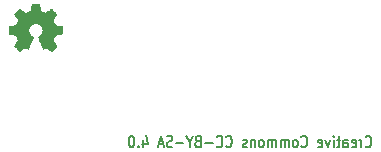
<source format=gbo>
%TF.GenerationSoftware,KiCad,Pcbnew,7.0.10-7.0.10~ubuntu22.04.1*%
%TF.CreationDate,2024-01-03T18:05:14-08:00*%
%TF.ProjectId,YamhillPowerDistribution,59616d68-696c-46c5-906f-776572446973,A*%
%TF.SameCoordinates,Original*%
%TF.FileFunction,Legend,Bot*%
%TF.FilePolarity,Positive*%
%FSLAX46Y46*%
G04 Gerber Fmt 4.6, Leading zero omitted, Abs format (unit mm)*
G04 Created by KiCad (PCBNEW 7.0.10-7.0.10~ubuntu22.04.1) date 2024-01-03 18:05:14*
%MOMM*%
%LPD*%
G01*
G04 APERTURE LIST*
G04 Aperture macros list*
%AMRoundRect*
0 Rectangle with rounded corners*
0 $1 Rounding radius*
0 $2 $3 $4 $5 $6 $7 $8 $9 X,Y pos of 4 corners*
0 Add a 4 corners polygon primitive as box body*
4,1,4,$2,$3,$4,$5,$6,$7,$8,$9,$2,$3,0*
0 Add four circle primitives for the rounded corners*
1,1,$1+$1,$2,$3*
1,1,$1+$1,$4,$5*
1,1,$1+$1,$6,$7*
1,1,$1+$1,$8,$9*
0 Add four rect primitives between the rounded corners*
20,1,$1+$1,$2,$3,$4,$5,0*
20,1,$1+$1,$4,$5,$6,$7,0*
20,1,$1+$1,$6,$7,$8,$9,0*
20,1,$1+$1,$8,$9,$2,$3,0*%
G04 Aperture macros list end*
%ADD10C,0.150000*%
%ADD11C,0.002540*%
%ADD12C,0.800000*%
%ADD13C,6.400000*%
%ADD14R,1.700000X1.700000*%
%ADD15O,1.700000X1.700000*%
%ADD16RoundRect,0.625000X-0.625000X1.875000X-0.625000X-1.875000X0.625000X-1.875000X0.625000X1.875000X0*%
%ADD17RoundRect,0.500000X-0.500000X1.750000X-0.500000X-1.750000X0.500000X-1.750000X0.500000X1.750000X0*%
%ADD18RoundRect,0.500000X-1.500000X0.500000X-1.500000X-0.500000X1.500000X-0.500000X1.500000X0.500000X0*%
G04 APERTURE END LIST*
D10*
X132553696Y-98474580D02*
X132591792Y-98522200D01*
X132591792Y-98522200D02*
X132706077Y-98569819D01*
X132706077Y-98569819D02*
X132782268Y-98569819D01*
X132782268Y-98569819D02*
X132896554Y-98522200D01*
X132896554Y-98522200D02*
X132972744Y-98426961D01*
X132972744Y-98426961D02*
X133010839Y-98331723D01*
X133010839Y-98331723D02*
X133048935Y-98141247D01*
X133048935Y-98141247D02*
X133048935Y-97998390D01*
X133048935Y-97998390D02*
X133010839Y-97807914D01*
X133010839Y-97807914D02*
X132972744Y-97712676D01*
X132972744Y-97712676D02*
X132896554Y-97617438D01*
X132896554Y-97617438D02*
X132782268Y-97569819D01*
X132782268Y-97569819D02*
X132706077Y-97569819D01*
X132706077Y-97569819D02*
X132591792Y-97617438D01*
X132591792Y-97617438D02*
X132553696Y-97665057D01*
X132210839Y-98569819D02*
X132210839Y-97903152D01*
X132210839Y-98093628D02*
X132172744Y-97998390D01*
X132172744Y-97998390D02*
X132134649Y-97950771D01*
X132134649Y-97950771D02*
X132058458Y-97903152D01*
X132058458Y-97903152D02*
X131982268Y-97903152D01*
X131410839Y-98522200D02*
X131487030Y-98569819D01*
X131487030Y-98569819D02*
X131639411Y-98569819D01*
X131639411Y-98569819D02*
X131715601Y-98522200D01*
X131715601Y-98522200D02*
X131753697Y-98426961D01*
X131753697Y-98426961D02*
X131753697Y-98046009D01*
X131753697Y-98046009D02*
X131715601Y-97950771D01*
X131715601Y-97950771D02*
X131639411Y-97903152D01*
X131639411Y-97903152D02*
X131487030Y-97903152D01*
X131487030Y-97903152D02*
X131410839Y-97950771D01*
X131410839Y-97950771D02*
X131372744Y-98046009D01*
X131372744Y-98046009D02*
X131372744Y-98141247D01*
X131372744Y-98141247D02*
X131753697Y-98236485D01*
X130687030Y-98569819D02*
X130687030Y-98046009D01*
X130687030Y-98046009D02*
X130725125Y-97950771D01*
X130725125Y-97950771D02*
X130801316Y-97903152D01*
X130801316Y-97903152D02*
X130953697Y-97903152D01*
X130953697Y-97903152D02*
X131029887Y-97950771D01*
X130687030Y-98522200D02*
X130763221Y-98569819D01*
X130763221Y-98569819D02*
X130953697Y-98569819D01*
X130953697Y-98569819D02*
X131029887Y-98522200D01*
X131029887Y-98522200D02*
X131067983Y-98426961D01*
X131067983Y-98426961D02*
X131067983Y-98331723D01*
X131067983Y-98331723D02*
X131029887Y-98236485D01*
X131029887Y-98236485D02*
X130953697Y-98188866D01*
X130953697Y-98188866D02*
X130763221Y-98188866D01*
X130763221Y-98188866D02*
X130687030Y-98141247D01*
X130420363Y-97903152D02*
X130115601Y-97903152D01*
X130306077Y-97569819D02*
X130306077Y-98426961D01*
X130306077Y-98426961D02*
X130267982Y-98522200D01*
X130267982Y-98522200D02*
X130191792Y-98569819D01*
X130191792Y-98569819D02*
X130115601Y-98569819D01*
X129848934Y-98569819D02*
X129848934Y-97903152D01*
X129848934Y-97569819D02*
X129887030Y-97617438D01*
X129887030Y-97617438D02*
X129848934Y-97665057D01*
X129848934Y-97665057D02*
X129810839Y-97617438D01*
X129810839Y-97617438D02*
X129848934Y-97569819D01*
X129848934Y-97569819D02*
X129848934Y-97665057D01*
X129544173Y-97903152D02*
X129353697Y-98569819D01*
X129353697Y-98569819D02*
X129163220Y-97903152D01*
X128553696Y-98522200D02*
X128629887Y-98569819D01*
X128629887Y-98569819D02*
X128782268Y-98569819D01*
X128782268Y-98569819D02*
X128858458Y-98522200D01*
X128858458Y-98522200D02*
X128896554Y-98426961D01*
X128896554Y-98426961D02*
X128896554Y-98046009D01*
X128896554Y-98046009D02*
X128858458Y-97950771D01*
X128858458Y-97950771D02*
X128782268Y-97903152D01*
X128782268Y-97903152D02*
X128629887Y-97903152D01*
X128629887Y-97903152D02*
X128553696Y-97950771D01*
X128553696Y-97950771D02*
X128515601Y-98046009D01*
X128515601Y-98046009D02*
X128515601Y-98141247D01*
X128515601Y-98141247D02*
X128896554Y-98236485D01*
X127106077Y-98474580D02*
X127144173Y-98522200D01*
X127144173Y-98522200D02*
X127258458Y-98569819D01*
X127258458Y-98569819D02*
X127334649Y-98569819D01*
X127334649Y-98569819D02*
X127448935Y-98522200D01*
X127448935Y-98522200D02*
X127525125Y-98426961D01*
X127525125Y-98426961D02*
X127563220Y-98331723D01*
X127563220Y-98331723D02*
X127601316Y-98141247D01*
X127601316Y-98141247D02*
X127601316Y-97998390D01*
X127601316Y-97998390D02*
X127563220Y-97807914D01*
X127563220Y-97807914D02*
X127525125Y-97712676D01*
X127525125Y-97712676D02*
X127448935Y-97617438D01*
X127448935Y-97617438D02*
X127334649Y-97569819D01*
X127334649Y-97569819D02*
X127258458Y-97569819D01*
X127258458Y-97569819D02*
X127144173Y-97617438D01*
X127144173Y-97617438D02*
X127106077Y-97665057D01*
X126648935Y-98569819D02*
X126725125Y-98522200D01*
X126725125Y-98522200D02*
X126763220Y-98474580D01*
X126763220Y-98474580D02*
X126801316Y-98379342D01*
X126801316Y-98379342D02*
X126801316Y-98093628D01*
X126801316Y-98093628D02*
X126763220Y-97998390D01*
X126763220Y-97998390D02*
X126725125Y-97950771D01*
X126725125Y-97950771D02*
X126648935Y-97903152D01*
X126648935Y-97903152D02*
X126534649Y-97903152D01*
X126534649Y-97903152D02*
X126458458Y-97950771D01*
X126458458Y-97950771D02*
X126420363Y-97998390D01*
X126420363Y-97998390D02*
X126382268Y-98093628D01*
X126382268Y-98093628D02*
X126382268Y-98379342D01*
X126382268Y-98379342D02*
X126420363Y-98474580D01*
X126420363Y-98474580D02*
X126458458Y-98522200D01*
X126458458Y-98522200D02*
X126534649Y-98569819D01*
X126534649Y-98569819D02*
X126648935Y-98569819D01*
X126039410Y-98569819D02*
X126039410Y-97903152D01*
X126039410Y-97998390D02*
X126001315Y-97950771D01*
X126001315Y-97950771D02*
X125925125Y-97903152D01*
X125925125Y-97903152D02*
X125810839Y-97903152D01*
X125810839Y-97903152D02*
X125734648Y-97950771D01*
X125734648Y-97950771D02*
X125696553Y-98046009D01*
X125696553Y-98046009D02*
X125696553Y-98569819D01*
X125696553Y-98046009D02*
X125658458Y-97950771D01*
X125658458Y-97950771D02*
X125582267Y-97903152D01*
X125582267Y-97903152D02*
X125467982Y-97903152D01*
X125467982Y-97903152D02*
X125391791Y-97950771D01*
X125391791Y-97950771D02*
X125353696Y-98046009D01*
X125353696Y-98046009D02*
X125353696Y-98569819D01*
X124972743Y-98569819D02*
X124972743Y-97903152D01*
X124972743Y-97998390D02*
X124934648Y-97950771D01*
X124934648Y-97950771D02*
X124858458Y-97903152D01*
X124858458Y-97903152D02*
X124744172Y-97903152D01*
X124744172Y-97903152D02*
X124667981Y-97950771D01*
X124667981Y-97950771D02*
X124629886Y-98046009D01*
X124629886Y-98046009D02*
X124629886Y-98569819D01*
X124629886Y-98046009D02*
X124591791Y-97950771D01*
X124591791Y-97950771D02*
X124515600Y-97903152D01*
X124515600Y-97903152D02*
X124401315Y-97903152D01*
X124401315Y-97903152D02*
X124325124Y-97950771D01*
X124325124Y-97950771D02*
X124287029Y-98046009D01*
X124287029Y-98046009D02*
X124287029Y-98569819D01*
X123791791Y-98569819D02*
X123867981Y-98522200D01*
X123867981Y-98522200D02*
X123906076Y-98474580D01*
X123906076Y-98474580D02*
X123944172Y-98379342D01*
X123944172Y-98379342D02*
X123944172Y-98093628D01*
X123944172Y-98093628D02*
X123906076Y-97998390D01*
X123906076Y-97998390D02*
X123867981Y-97950771D01*
X123867981Y-97950771D02*
X123791791Y-97903152D01*
X123791791Y-97903152D02*
X123677505Y-97903152D01*
X123677505Y-97903152D02*
X123601314Y-97950771D01*
X123601314Y-97950771D02*
X123563219Y-97998390D01*
X123563219Y-97998390D02*
X123525124Y-98093628D01*
X123525124Y-98093628D02*
X123525124Y-98379342D01*
X123525124Y-98379342D02*
X123563219Y-98474580D01*
X123563219Y-98474580D02*
X123601314Y-98522200D01*
X123601314Y-98522200D02*
X123677505Y-98569819D01*
X123677505Y-98569819D02*
X123791791Y-98569819D01*
X123182266Y-97903152D02*
X123182266Y-98569819D01*
X123182266Y-97998390D02*
X123144171Y-97950771D01*
X123144171Y-97950771D02*
X123067981Y-97903152D01*
X123067981Y-97903152D02*
X122953695Y-97903152D01*
X122953695Y-97903152D02*
X122877504Y-97950771D01*
X122877504Y-97950771D02*
X122839409Y-98046009D01*
X122839409Y-98046009D02*
X122839409Y-98569819D01*
X122496552Y-98522200D02*
X122420361Y-98569819D01*
X122420361Y-98569819D02*
X122267980Y-98569819D01*
X122267980Y-98569819D02*
X122191790Y-98522200D01*
X122191790Y-98522200D02*
X122153694Y-98426961D01*
X122153694Y-98426961D02*
X122153694Y-98379342D01*
X122153694Y-98379342D02*
X122191790Y-98284104D01*
X122191790Y-98284104D02*
X122267980Y-98236485D01*
X122267980Y-98236485D02*
X122382266Y-98236485D01*
X122382266Y-98236485D02*
X122458456Y-98188866D01*
X122458456Y-98188866D02*
X122496552Y-98093628D01*
X122496552Y-98093628D02*
X122496552Y-98046009D01*
X122496552Y-98046009D02*
X122458456Y-97950771D01*
X122458456Y-97950771D02*
X122382266Y-97903152D01*
X122382266Y-97903152D02*
X122267980Y-97903152D01*
X122267980Y-97903152D02*
X122191790Y-97950771D01*
X120744170Y-98474580D02*
X120782266Y-98522200D01*
X120782266Y-98522200D02*
X120896551Y-98569819D01*
X120896551Y-98569819D02*
X120972742Y-98569819D01*
X120972742Y-98569819D02*
X121087028Y-98522200D01*
X121087028Y-98522200D02*
X121163218Y-98426961D01*
X121163218Y-98426961D02*
X121201313Y-98331723D01*
X121201313Y-98331723D02*
X121239409Y-98141247D01*
X121239409Y-98141247D02*
X121239409Y-97998390D01*
X121239409Y-97998390D02*
X121201313Y-97807914D01*
X121201313Y-97807914D02*
X121163218Y-97712676D01*
X121163218Y-97712676D02*
X121087028Y-97617438D01*
X121087028Y-97617438D02*
X120972742Y-97569819D01*
X120972742Y-97569819D02*
X120896551Y-97569819D01*
X120896551Y-97569819D02*
X120782266Y-97617438D01*
X120782266Y-97617438D02*
X120744170Y-97665057D01*
X119944170Y-98474580D02*
X119982266Y-98522200D01*
X119982266Y-98522200D02*
X120096551Y-98569819D01*
X120096551Y-98569819D02*
X120172742Y-98569819D01*
X120172742Y-98569819D02*
X120287028Y-98522200D01*
X120287028Y-98522200D02*
X120363218Y-98426961D01*
X120363218Y-98426961D02*
X120401313Y-98331723D01*
X120401313Y-98331723D02*
X120439409Y-98141247D01*
X120439409Y-98141247D02*
X120439409Y-97998390D01*
X120439409Y-97998390D02*
X120401313Y-97807914D01*
X120401313Y-97807914D02*
X120363218Y-97712676D01*
X120363218Y-97712676D02*
X120287028Y-97617438D01*
X120287028Y-97617438D02*
X120172742Y-97569819D01*
X120172742Y-97569819D02*
X120096551Y-97569819D01*
X120096551Y-97569819D02*
X119982266Y-97617438D01*
X119982266Y-97617438D02*
X119944170Y-97665057D01*
X119601313Y-98188866D02*
X118991790Y-98188866D01*
X118344171Y-98046009D02*
X118229885Y-98093628D01*
X118229885Y-98093628D02*
X118191790Y-98141247D01*
X118191790Y-98141247D02*
X118153694Y-98236485D01*
X118153694Y-98236485D02*
X118153694Y-98379342D01*
X118153694Y-98379342D02*
X118191790Y-98474580D01*
X118191790Y-98474580D02*
X118229885Y-98522200D01*
X118229885Y-98522200D02*
X118306075Y-98569819D01*
X118306075Y-98569819D02*
X118610837Y-98569819D01*
X118610837Y-98569819D02*
X118610837Y-97569819D01*
X118610837Y-97569819D02*
X118344171Y-97569819D01*
X118344171Y-97569819D02*
X118267980Y-97617438D01*
X118267980Y-97617438D02*
X118229885Y-97665057D01*
X118229885Y-97665057D02*
X118191790Y-97760295D01*
X118191790Y-97760295D02*
X118191790Y-97855533D01*
X118191790Y-97855533D02*
X118229885Y-97950771D01*
X118229885Y-97950771D02*
X118267980Y-97998390D01*
X118267980Y-97998390D02*
X118344171Y-98046009D01*
X118344171Y-98046009D02*
X118610837Y-98046009D01*
X117658456Y-98093628D02*
X117658456Y-98569819D01*
X117925123Y-97569819D02*
X117658456Y-98093628D01*
X117658456Y-98093628D02*
X117391790Y-97569819D01*
X117125123Y-98188866D02*
X116515600Y-98188866D01*
X116172743Y-98522200D02*
X116058457Y-98569819D01*
X116058457Y-98569819D02*
X115867981Y-98569819D01*
X115867981Y-98569819D02*
X115791790Y-98522200D01*
X115791790Y-98522200D02*
X115753695Y-98474580D01*
X115753695Y-98474580D02*
X115715600Y-98379342D01*
X115715600Y-98379342D02*
X115715600Y-98284104D01*
X115715600Y-98284104D02*
X115753695Y-98188866D01*
X115753695Y-98188866D02*
X115791790Y-98141247D01*
X115791790Y-98141247D02*
X115867981Y-98093628D01*
X115867981Y-98093628D02*
X116020362Y-98046009D01*
X116020362Y-98046009D02*
X116096552Y-97998390D01*
X116096552Y-97998390D02*
X116134647Y-97950771D01*
X116134647Y-97950771D02*
X116172743Y-97855533D01*
X116172743Y-97855533D02*
X116172743Y-97760295D01*
X116172743Y-97760295D02*
X116134647Y-97665057D01*
X116134647Y-97665057D02*
X116096552Y-97617438D01*
X116096552Y-97617438D02*
X116020362Y-97569819D01*
X116020362Y-97569819D02*
X115829885Y-97569819D01*
X115829885Y-97569819D02*
X115715600Y-97617438D01*
X115410838Y-98284104D02*
X115029885Y-98284104D01*
X115487028Y-98569819D02*
X115220361Y-97569819D01*
X115220361Y-97569819D02*
X114953695Y-98569819D01*
X113734647Y-97903152D02*
X113734647Y-98569819D01*
X113925123Y-97522200D02*
X114115600Y-98236485D01*
X114115600Y-98236485D02*
X113620361Y-98236485D01*
X113315599Y-98474580D02*
X113277504Y-98522200D01*
X113277504Y-98522200D02*
X113315599Y-98569819D01*
X113315599Y-98569819D02*
X113353695Y-98522200D01*
X113353695Y-98522200D02*
X113315599Y-98474580D01*
X113315599Y-98474580D02*
X113315599Y-98569819D01*
X112782266Y-97569819D02*
X112706076Y-97569819D01*
X112706076Y-97569819D02*
X112629885Y-97617438D01*
X112629885Y-97617438D02*
X112591790Y-97665057D01*
X112591790Y-97665057D02*
X112553695Y-97760295D01*
X112553695Y-97760295D02*
X112515600Y-97950771D01*
X112515600Y-97950771D02*
X112515600Y-98188866D01*
X112515600Y-98188866D02*
X112553695Y-98379342D01*
X112553695Y-98379342D02*
X112591790Y-98474580D01*
X112591790Y-98474580D02*
X112629885Y-98522200D01*
X112629885Y-98522200D02*
X112706076Y-98569819D01*
X112706076Y-98569819D02*
X112782266Y-98569819D01*
X112782266Y-98569819D02*
X112858457Y-98522200D01*
X112858457Y-98522200D02*
X112896552Y-98474580D01*
X112896552Y-98474580D02*
X112934647Y-98379342D01*
X112934647Y-98379342D02*
X112972743Y-98188866D01*
X112972743Y-98188866D02*
X112972743Y-97950771D01*
X112972743Y-97950771D02*
X112934647Y-97760295D01*
X112934647Y-97760295D02*
X112896552Y-97665057D01*
X112896552Y-97665057D02*
X112858457Y-97617438D01*
X112858457Y-97617438D02*
X112782266Y-97569819D01*
%TO.C,G\u002A\u002A\u002A*%
D11*
X104732080Y-86403560D02*
X104815900Y-86406100D01*
X104874320Y-86411180D01*
X104899720Y-86416260D01*
X104902260Y-86416260D01*
X104909880Y-86449280D01*
X104925120Y-86515320D01*
X104942900Y-86609300D01*
X104965760Y-86718520D01*
X104968300Y-86736300D01*
X104988620Y-86842980D01*
X105006400Y-86929340D01*
X105019100Y-86990300D01*
X105026720Y-87013160D01*
X105034340Y-87018240D01*
X105080060Y-87036020D01*
X105151180Y-87066500D01*
X105237540Y-87102060D01*
X105440740Y-87183340D01*
X105692200Y-87013160D01*
X105715060Y-86997920D01*
X105803960Y-86936960D01*
X105877620Y-86886160D01*
X105928420Y-86853140D01*
X105951280Y-86842980D01*
X105976680Y-86865840D01*
X106027480Y-86911560D01*
X106093520Y-86977600D01*
X106172260Y-87056340D01*
X106230680Y-87112220D01*
X106299260Y-87183340D01*
X106344980Y-87231600D01*
X106367840Y-87262080D01*
X106375460Y-87279860D01*
X106372920Y-87292560D01*
X106357680Y-87317960D01*
X106322120Y-87371300D01*
X106268780Y-87447500D01*
X106207820Y-87536400D01*
X106159560Y-87610060D01*
X106103680Y-87693880D01*
X106068120Y-87754840D01*
X106057960Y-87782780D01*
X106060500Y-87795480D01*
X106078280Y-87843740D01*
X106106220Y-87917400D01*
X106144320Y-88006300D01*
X106230680Y-88204420D01*
X106360220Y-88229820D01*
X106438960Y-88242520D01*
X106550720Y-88265380D01*
X106654860Y-88285700D01*
X106819960Y-88316180D01*
X106825040Y-88918160D01*
X106799640Y-88928320D01*
X106774240Y-88935940D01*
X106713280Y-88948640D01*
X106626920Y-88966420D01*
X106525320Y-88986740D01*
X106438960Y-89001980D01*
X106350060Y-89019760D01*
X106286560Y-89032460D01*
X106258620Y-89037540D01*
X106251000Y-89047700D01*
X106230680Y-89088340D01*
X106197660Y-89156920D01*
X106164640Y-89238200D01*
X106129080Y-89322020D01*
X106098600Y-89400760D01*
X106075740Y-89459180D01*
X106068120Y-89492200D01*
X106080820Y-89515060D01*
X106113840Y-89565860D01*
X106162100Y-89639520D01*
X106220520Y-89725880D01*
X106281480Y-89814780D01*
X106332280Y-89888440D01*
X106365300Y-89941780D01*
X106380540Y-89967180D01*
X106372920Y-89984960D01*
X106339900Y-90025600D01*
X106273860Y-90094180D01*
X106174800Y-90190700D01*
X106159560Y-90205940D01*
X106080820Y-90282140D01*
X106014780Y-90343100D01*
X105969060Y-90383740D01*
X105948740Y-90398980D01*
X105925880Y-90386280D01*
X105872540Y-90353260D01*
X105798880Y-90305000D01*
X105709980Y-90246580D01*
X105623620Y-90185620D01*
X105549960Y-90137360D01*
X105499160Y-90104340D01*
X105478840Y-90094180D01*
X105466140Y-90096720D01*
X105425500Y-90117040D01*
X105364540Y-90150060D01*
X105328980Y-90167840D01*
X105273100Y-90190700D01*
X105245160Y-90195780D01*
X105240080Y-90188160D01*
X105219760Y-90147520D01*
X105189280Y-90073860D01*
X105146100Y-89977340D01*
X105097840Y-89863040D01*
X105047040Y-89741120D01*
X104993700Y-89619200D01*
X104945440Y-89499820D01*
X104902260Y-89393140D01*
X104866700Y-89306780D01*
X104843840Y-89245820D01*
X104836220Y-89220420D01*
X104838760Y-89215340D01*
X104866700Y-89187400D01*
X104914960Y-89151840D01*
X105019100Y-89065480D01*
X105123240Y-88935940D01*
X105186740Y-88788620D01*
X105209600Y-88623520D01*
X105191820Y-88473660D01*
X105130860Y-88328880D01*
X105029260Y-88196800D01*
X104904800Y-88100280D01*
X104762560Y-88036780D01*
X104600000Y-88016460D01*
X104445060Y-88034240D01*
X104297740Y-88092660D01*
X104165660Y-88194260D01*
X104109780Y-88257760D01*
X104033580Y-88389840D01*
X103990400Y-88532080D01*
X103985320Y-88567640D01*
X103992940Y-88725120D01*
X104038660Y-88874980D01*
X104119940Y-89007060D01*
X104234240Y-89118820D01*
X104249480Y-89128980D01*
X104302820Y-89167080D01*
X104338380Y-89195020D01*
X104366320Y-89217880D01*
X104168200Y-89697940D01*
X104135180Y-89774140D01*
X104081840Y-89903680D01*
X104033580Y-90017980D01*
X103992940Y-90106880D01*
X103967540Y-90167840D01*
X103954840Y-90190700D01*
X103954840Y-90193240D01*
X103937060Y-90195780D01*
X103901500Y-90183080D01*
X103832920Y-90150060D01*
X103789740Y-90127200D01*
X103738940Y-90101800D01*
X103716080Y-90094180D01*
X103695760Y-90104340D01*
X103647500Y-90134820D01*
X103576380Y-90183080D01*
X103490020Y-90241500D01*
X103408740Y-90297380D01*
X103335080Y-90345640D01*
X103279200Y-90381200D01*
X103253800Y-90396440D01*
X103248720Y-90396440D01*
X103225860Y-90383740D01*
X103182680Y-90345640D01*
X103116640Y-90284680D01*
X103025200Y-90193240D01*
X103009960Y-90180540D01*
X102933760Y-90101800D01*
X102872800Y-90038300D01*
X102832160Y-89992580D01*
X102816920Y-89969720D01*
X102829620Y-89944320D01*
X102865180Y-89890980D01*
X102913440Y-89814780D01*
X102974400Y-89725880D01*
X103134420Y-89494740D01*
X103045520Y-89276300D01*
X103020120Y-89210260D01*
X102984560Y-89128980D01*
X102959160Y-89073100D01*
X102946460Y-89047700D01*
X102923600Y-89037540D01*
X102865180Y-89024840D01*
X102778820Y-89007060D01*
X102674680Y-88986740D01*
X102575620Y-88968960D01*
X102489260Y-88951180D01*
X102423220Y-88938480D01*
X102395280Y-88933400D01*
X102387660Y-88930860D01*
X102382580Y-88915620D01*
X102380040Y-88885140D01*
X102377500Y-88831800D01*
X102374960Y-88747980D01*
X102374960Y-88623520D01*
X102374960Y-88610820D01*
X102377500Y-88493980D01*
X102377500Y-88400000D01*
X102382580Y-88341580D01*
X102385120Y-88316180D01*
X102413060Y-88311100D01*
X102476560Y-88295860D01*
X102565460Y-88280620D01*
X102669600Y-88260300D01*
X102677220Y-88257760D01*
X102781360Y-88237440D01*
X102870260Y-88219660D01*
X102931220Y-88204420D01*
X102959160Y-88196800D01*
X102964240Y-88189180D01*
X102984560Y-88148540D01*
X103015040Y-88082500D01*
X103050600Y-88003760D01*
X103083620Y-87919940D01*
X103114100Y-87846280D01*
X103134420Y-87790400D01*
X103139500Y-87765000D01*
X103124260Y-87739600D01*
X103088700Y-87686260D01*
X103037900Y-87610060D01*
X102974400Y-87521160D01*
X102971860Y-87513540D01*
X102910900Y-87424640D01*
X102860100Y-87348440D01*
X102829620Y-87295100D01*
X102816920Y-87272240D01*
X102816920Y-87269700D01*
X102837240Y-87244300D01*
X102882960Y-87193500D01*
X102946460Y-87124920D01*
X103025200Y-87046180D01*
X103050600Y-87020780D01*
X103136960Y-86936960D01*
X103195380Y-86881080D01*
X103233480Y-86853140D01*
X103251260Y-86845520D01*
X103279200Y-86863300D01*
X103335080Y-86898860D01*
X103411280Y-86952200D01*
X103502720Y-87013160D01*
X103507800Y-87015700D01*
X103596700Y-87076660D01*
X103670360Y-87127460D01*
X103723700Y-87163020D01*
X103746560Y-87175720D01*
X103751640Y-87175720D01*
X103787200Y-87165560D01*
X103850700Y-87142700D01*
X103926900Y-87112220D01*
X104010720Y-87079200D01*
X104084380Y-87048720D01*
X104140260Y-87023320D01*
X104168200Y-87008080D01*
X104168200Y-87005540D01*
X104178360Y-86975060D01*
X104193600Y-86909020D01*
X104211380Y-86817580D01*
X104231700Y-86708360D01*
X104236780Y-86690580D01*
X104257100Y-86583900D01*
X104272340Y-86497540D01*
X104285040Y-86436580D01*
X104292660Y-86411180D01*
X104307900Y-86408640D01*
X104358700Y-86403560D01*
X104437440Y-86401020D01*
X104533960Y-86401020D01*
X104633020Y-86401020D01*
X104732080Y-86403560D01*
G36*
X104732080Y-86403560D02*
G01*
X104815900Y-86406100D01*
X104874320Y-86411180D01*
X104899720Y-86416260D01*
X104902260Y-86416260D01*
X104909880Y-86449280D01*
X104925120Y-86515320D01*
X104942900Y-86609300D01*
X104965760Y-86718520D01*
X104968300Y-86736300D01*
X104988620Y-86842980D01*
X105006400Y-86929340D01*
X105019100Y-86990300D01*
X105026720Y-87013160D01*
X105034340Y-87018240D01*
X105080060Y-87036020D01*
X105151180Y-87066500D01*
X105237540Y-87102060D01*
X105440740Y-87183340D01*
X105692200Y-87013160D01*
X105715060Y-86997920D01*
X105803960Y-86936960D01*
X105877620Y-86886160D01*
X105928420Y-86853140D01*
X105951280Y-86842980D01*
X105976680Y-86865840D01*
X106027480Y-86911560D01*
X106093520Y-86977600D01*
X106172260Y-87056340D01*
X106230680Y-87112220D01*
X106299260Y-87183340D01*
X106344980Y-87231600D01*
X106367840Y-87262080D01*
X106375460Y-87279860D01*
X106372920Y-87292560D01*
X106357680Y-87317960D01*
X106322120Y-87371300D01*
X106268780Y-87447500D01*
X106207820Y-87536400D01*
X106159560Y-87610060D01*
X106103680Y-87693880D01*
X106068120Y-87754840D01*
X106057960Y-87782780D01*
X106060500Y-87795480D01*
X106078280Y-87843740D01*
X106106220Y-87917400D01*
X106144320Y-88006300D01*
X106230680Y-88204420D01*
X106360220Y-88229820D01*
X106438960Y-88242520D01*
X106550720Y-88265380D01*
X106654860Y-88285700D01*
X106819960Y-88316180D01*
X106825040Y-88918160D01*
X106799640Y-88928320D01*
X106774240Y-88935940D01*
X106713280Y-88948640D01*
X106626920Y-88966420D01*
X106525320Y-88986740D01*
X106438960Y-89001980D01*
X106350060Y-89019760D01*
X106286560Y-89032460D01*
X106258620Y-89037540D01*
X106251000Y-89047700D01*
X106230680Y-89088340D01*
X106197660Y-89156920D01*
X106164640Y-89238200D01*
X106129080Y-89322020D01*
X106098600Y-89400760D01*
X106075740Y-89459180D01*
X106068120Y-89492200D01*
X106080820Y-89515060D01*
X106113840Y-89565860D01*
X106162100Y-89639520D01*
X106220520Y-89725880D01*
X106281480Y-89814780D01*
X106332280Y-89888440D01*
X106365300Y-89941780D01*
X106380540Y-89967180D01*
X106372920Y-89984960D01*
X106339900Y-90025600D01*
X106273860Y-90094180D01*
X106174800Y-90190700D01*
X106159560Y-90205940D01*
X106080820Y-90282140D01*
X106014780Y-90343100D01*
X105969060Y-90383740D01*
X105948740Y-90398980D01*
X105925880Y-90386280D01*
X105872540Y-90353260D01*
X105798880Y-90305000D01*
X105709980Y-90246580D01*
X105623620Y-90185620D01*
X105549960Y-90137360D01*
X105499160Y-90104340D01*
X105478840Y-90094180D01*
X105466140Y-90096720D01*
X105425500Y-90117040D01*
X105364540Y-90150060D01*
X105328980Y-90167840D01*
X105273100Y-90190700D01*
X105245160Y-90195780D01*
X105240080Y-90188160D01*
X105219760Y-90147520D01*
X105189280Y-90073860D01*
X105146100Y-89977340D01*
X105097840Y-89863040D01*
X105047040Y-89741120D01*
X104993700Y-89619200D01*
X104945440Y-89499820D01*
X104902260Y-89393140D01*
X104866700Y-89306780D01*
X104843840Y-89245820D01*
X104836220Y-89220420D01*
X104838760Y-89215340D01*
X104866700Y-89187400D01*
X104914960Y-89151840D01*
X105019100Y-89065480D01*
X105123240Y-88935940D01*
X105186740Y-88788620D01*
X105209600Y-88623520D01*
X105191820Y-88473660D01*
X105130860Y-88328880D01*
X105029260Y-88196800D01*
X104904800Y-88100280D01*
X104762560Y-88036780D01*
X104600000Y-88016460D01*
X104445060Y-88034240D01*
X104297740Y-88092660D01*
X104165660Y-88194260D01*
X104109780Y-88257760D01*
X104033580Y-88389840D01*
X103990400Y-88532080D01*
X103985320Y-88567640D01*
X103992940Y-88725120D01*
X104038660Y-88874980D01*
X104119940Y-89007060D01*
X104234240Y-89118820D01*
X104249480Y-89128980D01*
X104302820Y-89167080D01*
X104338380Y-89195020D01*
X104366320Y-89217880D01*
X104168200Y-89697940D01*
X104135180Y-89774140D01*
X104081840Y-89903680D01*
X104033580Y-90017980D01*
X103992940Y-90106880D01*
X103967540Y-90167840D01*
X103954840Y-90190700D01*
X103954840Y-90193240D01*
X103937060Y-90195780D01*
X103901500Y-90183080D01*
X103832920Y-90150060D01*
X103789740Y-90127200D01*
X103738940Y-90101800D01*
X103716080Y-90094180D01*
X103695760Y-90104340D01*
X103647500Y-90134820D01*
X103576380Y-90183080D01*
X103490020Y-90241500D01*
X103408740Y-90297380D01*
X103335080Y-90345640D01*
X103279200Y-90381200D01*
X103253800Y-90396440D01*
X103248720Y-90396440D01*
X103225860Y-90383740D01*
X103182680Y-90345640D01*
X103116640Y-90284680D01*
X103025200Y-90193240D01*
X103009960Y-90180540D01*
X102933760Y-90101800D01*
X102872800Y-90038300D01*
X102832160Y-89992580D01*
X102816920Y-89969720D01*
X102829620Y-89944320D01*
X102865180Y-89890980D01*
X102913440Y-89814780D01*
X102974400Y-89725880D01*
X103134420Y-89494740D01*
X103045520Y-89276300D01*
X103020120Y-89210260D01*
X102984560Y-89128980D01*
X102959160Y-89073100D01*
X102946460Y-89047700D01*
X102923600Y-89037540D01*
X102865180Y-89024840D01*
X102778820Y-89007060D01*
X102674680Y-88986740D01*
X102575620Y-88968960D01*
X102489260Y-88951180D01*
X102423220Y-88938480D01*
X102395280Y-88933400D01*
X102387660Y-88930860D01*
X102382580Y-88915620D01*
X102380040Y-88885140D01*
X102377500Y-88831800D01*
X102374960Y-88747980D01*
X102374960Y-88623520D01*
X102374960Y-88610820D01*
X102377500Y-88493980D01*
X102377500Y-88400000D01*
X102382580Y-88341580D01*
X102385120Y-88316180D01*
X102413060Y-88311100D01*
X102476560Y-88295860D01*
X102565460Y-88280620D01*
X102669600Y-88260300D01*
X102677220Y-88257760D01*
X102781360Y-88237440D01*
X102870260Y-88219660D01*
X102931220Y-88204420D01*
X102959160Y-88196800D01*
X102964240Y-88189180D01*
X102984560Y-88148540D01*
X103015040Y-88082500D01*
X103050600Y-88003760D01*
X103083620Y-87919940D01*
X103114100Y-87846280D01*
X103134420Y-87790400D01*
X103139500Y-87765000D01*
X103124260Y-87739600D01*
X103088700Y-87686260D01*
X103037900Y-87610060D01*
X102974400Y-87521160D01*
X102971860Y-87513540D01*
X102910900Y-87424640D01*
X102860100Y-87348440D01*
X102829620Y-87295100D01*
X102816920Y-87272240D01*
X102816920Y-87269700D01*
X102837240Y-87244300D01*
X102882960Y-87193500D01*
X102946460Y-87124920D01*
X103025200Y-87046180D01*
X103050600Y-87020780D01*
X103136960Y-86936960D01*
X103195380Y-86881080D01*
X103233480Y-86853140D01*
X103251260Y-86845520D01*
X103279200Y-86863300D01*
X103335080Y-86898860D01*
X103411280Y-86952200D01*
X103502720Y-87013160D01*
X103507800Y-87015700D01*
X103596700Y-87076660D01*
X103670360Y-87127460D01*
X103723700Y-87163020D01*
X103746560Y-87175720D01*
X103751640Y-87175720D01*
X103787200Y-87165560D01*
X103850700Y-87142700D01*
X103926900Y-87112220D01*
X104010720Y-87079200D01*
X104084380Y-87048720D01*
X104140260Y-87023320D01*
X104168200Y-87008080D01*
X104168200Y-87005540D01*
X104178360Y-86975060D01*
X104193600Y-86909020D01*
X104211380Y-86817580D01*
X104231700Y-86708360D01*
X104236780Y-86690580D01*
X104257100Y-86583900D01*
X104272340Y-86497540D01*
X104285040Y-86436580D01*
X104292660Y-86411180D01*
X104307900Y-86408640D01*
X104358700Y-86403560D01*
X104437440Y-86401020D01*
X104533960Y-86401020D01*
X104633020Y-86401020D01*
X104732080Y-86403560D01*
G37*
%TD*%
%LPC*%
D12*
%TO.C,H3*%
X102600000Y-95000000D03*
X103302944Y-93302944D03*
X103302944Y-96697056D03*
X105000000Y-92600000D03*
D13*
X105000000Y-95000000D03*
D12*
X105000000Y-97400000D03*
X106697056Y-93302944D03*
X106697056Y-96697056D03*
X107400000Y-95000000D03*
%TD*%
D14*
%TO.C,J33*%
X128860000Y-66000000D03*
D15*
X131400000Y-66000000D03*
%TD*%
D14*
%TO.C,J14*%
X136250000Y-53975000D03*
D15*
X138790000Y-53975000D03*
%TD*%
D14*
%TO.C,J5*%
X143550000Y-74800000D03*
D15*
X146090000Y-74800000D03*
%TD*%
D14*
%TO.C,J9*%
X143550000Y-78775000D03*
D15*
X146090000Y-78775000D03*
%TD*%
D14*
%TO.C,J13*%
X128850000Y-53975000D03*
D15*
X131390000Y-53975000D03*
%TD*%
D14*
%TO.C,J2*%
X121450000Y-74800000D03*
D15*
X123990000Y-74800000D03*
%TD*%
D12*
%TO.C,H2*%
X142600000Y-55000000D03*
X143302944Y-53302944D03*
X143302944Y-56697056D03*
X145000000Y-52600000D03*
D13*
X145000000Y-55000000D03*
D12*
X145000000Y-57400000D03*
X146697056Y-53302944D03*
X146697056Y-56697056D03*
X147400000Y-55000000D03*
%TD*%
D14*
%TO.C,J22*%
X128750000Y-87475000D03*
D15*
X131290000Y-87475000D03*
%TD*%
D14*
%TO.C,J24*%
X143550000Y-83475000D03*
D15*
X146090000Y-83475000D03*
%TD*%
D14*
%TO.C,J3*%
X128750000Y-74800000D03*
D15*
X131290000Y-74800000D03*
%TD*%
D14*
%TO.C,J26*%
X121450000Y-69975000D03*
D15*
X123990000Y-69975000D03*
%TD*%
D14*
%TO.C,J17*%
X136250000Y-57975000D03*
D15*
X138790000Y-57975000D03*
%TD*%
D14*
%TO.C,J4*%
X136250000Y-74800000D03*
D15*
X138790000Y-74800000D03*
%TD*%
D14*
%TO.C,J29*%
X143650000Y-69975000D03*
D15*
X146190000Y-69975000D03*
%TD*%
D14*
%TO.C,J6*%
X121450000Y-78775000D03*
D15*
X123990000Y-78775000D03*
%TD*%
D14*
%TO.C,J16*%
X128850000Y-57975000D03*
D15*
X131390000Y-57975000D03*
%TD*%
D14*
%TO.C,J20*%
X143550000Y-87475000D03*
D15*
X146090000Y-87475000D03*
%TD*%
D14*
%TO.C,J8*%
X136250000Y-78775000D03*
D15*
X138790000Y-78775000D03*
%TD*%
D14*
%TO.C,J10*%
X121450000Y-61975000D03*
D15*
X123990000Y-61975000D03*
%TD*%
D12*
%TO.C,H4*%
X142600000Y-95000000D03*
X143302944Y-93302944D03*
X143302944Y-96697056D03*
X145000000Y-92600000D03*
D13*
X145000000Y-95000000D03*
D12*
X145000000Y-97400000D03*
X146697056Y-93302944D03*
X146697056Y-96697056D03*
X147400000Y-95000000D03*
%TD*%
D14*
%TO.C,J11*%
X128850000Y-61975000D03*
D15*
X131390000Y-61975000D03*
%TD*%
D14*
%TO.C,J21*%
X136250000Y-87475000D03*
D15*
X138790000Y-87475000D03*
%TD*%
D14*
%TO.C,J28*%
X136150000Y-69975000D03*
D15*
X138690000Y-69975000D03*
%TD*%
D14*
%TO.C,J7*%
X128750000Y-78775000D03*
D15*
X131290000Y-78775000D03*
%TD*%
D12*
%TO.C,H1*%
X102600000Y-55000000D03*
X103302944Y-53302944D03*
X103302944Y-56697056D03*
X105000000Y-52600000D03*
D13*
X105000000Y-55000000D03*
D12*
X105000000Y-57400000D03*
X106697056Y-53302944D03*
X106697056Y-56697056D03*
X107400000Y-55000000D03*
%TD*%
D14*
%TO.C,J34*%
X136150000Y-66000000D03*
D15*
X138690000Y-66000000D03*
%TD*%
D14*
%TO.C,J31*%
X143590000Y-61975000D03*
D15*
X146130000Y-61975000D03*
%TD*%
D16*
%TO.C,J1*%
X113800000Y-64300000D03*
D17*
X107800000Y-64300000D03*
D18*
X110800000Y-69000000D03*
%TD*%
D14*
%TO.C,J23*%
X121460000Y-87500000D03*
D15*
X124000000Y-87500000D03*
%TD*%
D14*
%TO.C,J15*%
X121460000Y-58000000D03*
D15*
X124000000Y-58000000D03*
%TD*%
D14*
%TO.C,J12*%
X121460000Y-54000000D03*
D15*
X124000000Y-54000000D03*
%TD*%
D14*
%TO.C,J18*%
X121450000Y-83475000D03*
D15*
X123990000Y-83475000D03*
%TD*%
D14*
%TO.C,J35*%
X143600000Y-66000000D03*
D15*
X146140000Y-66000000D03*
%TD*%
D14*
%TO.C,J19*%
X128750000Y-83475000D03*
D15*
X131290000Y-83475000D03*
%TD*%
D14*
%TO.C,J25*%
X136250000Y-83475000D03*
D15*
X138790000Y-83475000D03*
%TD*%
D14*
%TO.C,J32*%
X121460000Y-66000000D03*
D15*
X124000000Y-66000000D03*
%TD*%
D14*
%TO.C,J30*%
X136200000Y-62000000D03*
D15*
X138740000Y-62000000D03*
%TD*%
D14*
%TO.C,J27*%
X128850000Y-69975000D03*
D15*
X131390000Y-69975000D03*
%TD*%
%LPD*%
M02*

</source>
